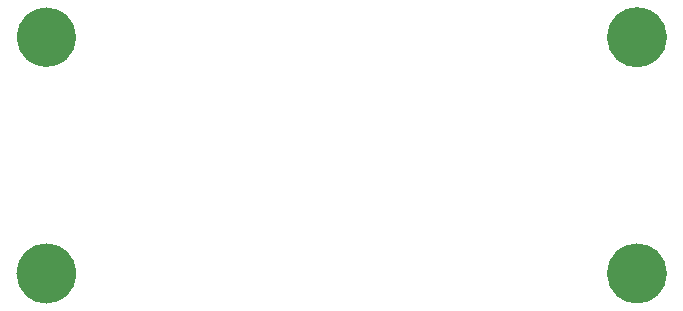
<source format=gbs>
%TF.GenerationSoftware,KiCad,Pcbnew,8.0.2-1*%
%TF.CreationDate,2024-12-19T17:28:35+00:00*%
%TF.ProjectId,jacdac-slider-MH-0.1,6a616364-6163-42d7-936c-696465722d4d,v0.1*%
%TF.SameCoordinates,PX8d24d00PY36d6160*%
%TF.FileFunction,Soldermask,Bot*%
%TF.FilePolarity,Negative*%
%FSLAX46Y46*%
G04 Gerber Fmt 4.6, Leading zero omitted, Abs format (unit mm)*
G04 Created by KiCad (PCBNEW 8.0.2-1) date 2024-12-19 17:28:35*
%MOMM*%
%LPD*%
G01*
G04 APERTURE LIST*
%ADD10C,2.550000*%
%ADD11C,2.500000*%
%ADD12C,4.400000*%
G04 APERTURE END LIST*
%TO.C,MH3*%
D10*
X26275000Y10000001D02*
G75*
G02*
X23725000Y10000001I-1275000J0D01*
G01*
X23725000Y10000001D02*
G75*
G02*
X26275000Y10000001I1275000J0D01*
G01*
%TO.C,MH4*%
X26275000Y-9999999D02*
G75*
G02*
X23725000Y-9999999I-1275000J0D01*
G01*
X23725000Y-9999999D02*
G75*
G02*
X26275000Y-9999999I1275000J0D01*
G01*
%TO.C,MH2*%
X-23725000Y-9999999D02*
G75*
G02*
X-26275000Y-9999999I-1275000J0D01*
G01*
X-26275000Y-9999999D02*
G75*
G02*
X-23725000Y-9999999I1275000J0D01*
G01*
%TO.C,MH1*%
D11*
X-23750000Y10000001D02*
G75*
G02*
X-26250000Y10000001I-1250000J0D01*
G01*
X-26250000Y10000001D02*
G75*
G02*
X-23750000Y10000001I1250000J0D01*
G01*
%TD*%
D12*
%TO.C,MH3*%
X25000000Y10000001D03*
%TD*%
%TO.C,MH4*%
X25000000Y-9999999D03*
%TD*%
%TO.C,MH2*%
X-25000000Y-9999999D03*
%TD*%
%TO.C,MH1*%
X-25000000Y10000001D03*
%TD*%
M02*

</source>
